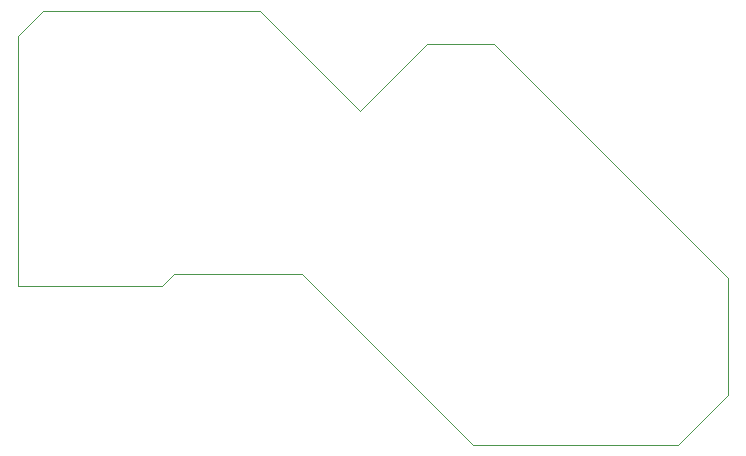
<source format=gbr>
G04 #@! TF.GenerationSoftware,KiCad,Pcbnew,5.1.2*
G04 #@! TF.CreationDate,2019-08-08T06:06:33-07:00*
G04 #@! TF.ProjectId,totoro,746f746f-726f-42e6-9b69-6361645f7063,rev?*
G04 #@! TF.SameCoordinates,Original*
G04 #@! TF.FileFunction,Profile,NP*
%FSLAX46Y46*%
G04 Gerber Fmt 4.6, Leading zero omitted, Abs format (unit mm)*
G04 Created by KiCad (PCBNEW 5.1.2) date 2019-08-08 06:06:33*
%MOMM*%
%LPD*%
G04 APERTURE LIST*
%ADD10C,0.050000*%
G04 APERTURE END LIST*
D10*
X139000000Y-103538403D02*
X149868793Y-103538403D01*
X138000000Y-104538403D02*
X139000000Y-103538403D01*
X185931239Y-103831296D02*
X185931239Y-113730791D01*
X181688598Y-117973432D02*
X164303822Y-117973432D01*
X125827163Y-83325200D02*
X127948483Y-81203879D01*
X166132249Y-84032307D02*
X160475395Y-84032307D01*
X160475395Y-84032307D02*
X154818541Y-89689161D01*
X154818541Y-89689161D02*
X146333259Y-81203879D01*
X146333259Y-81203879D02*
X127948483Y-81203879D01*
X125827163Y-83325200D02*
X125827163Y-104538403D01*
X125827163Y-104538403D02*
X138000000Y-104538403D01*
X164303822Y-117973432D02*
X149868793Y-103538403D01*
X185931239Y-113730791D02*
X181688598Y-117973432D01*
X166132249Y-84032307D02*
X185931239Y-103831296D01*
M02*

</source>
